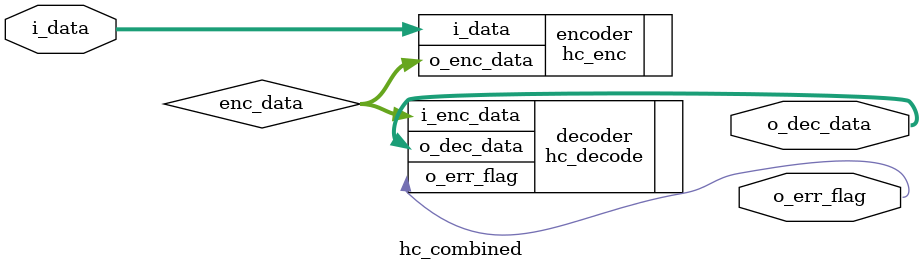
<source format=sv>
module hc_combined(
    input logic [3:0] i_data,
    output logic [4:1] o_dec_data,
    output logic o_err_flag
);

logic [7:1] enc_data;

// Instantiate the Encoder
hc_enc encoder (
    .i_data(i_data),
    .o_enc_data(enc_data)
);

// Instantiate the Decoder
hc_decode decoder (
    .i_enc_data(enc_data),
    .o_dec_data(o_dec_data),
    .o_err_flag(o_err_flag)
);

endmodule


</source>
